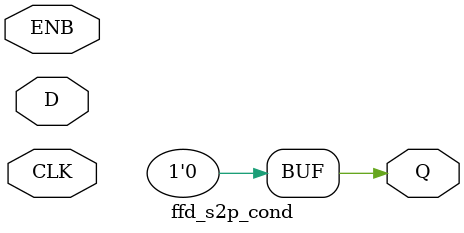
<source format=v>
module ffd_s2p_cond(input CLK,
                    input D,
                    input ENB,
                    output reg Q
  );

  always @ (~ENB) begin
    Q <= 1'b0;
    // Q <= 1'bz;
  end

  always @ (posedge CLK) begin
    if (ENB) begin
      Q <= D;
    end else begin
      Q <= 1'b0;
      // Q <= 1'bz;
    end
  end

endmodule

</source>
